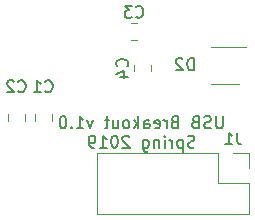
<source format=gbr>
%TF.GenerationSoftware,KiCad,Pcbnew,(5.0.0)*%
%TF.CreationDate,2019-02-19T13:30:11-06:00*%
%TF.ProjectId,USBBreakout,555342427265616B6F75742E6B696361,rev?*%
%TF.SameCoordinates,Original*%
%TF.FileFunction,Legend,Bot*%
%TF.FilePolarity,Positive*%
%FSLAX46Y46*%
G04 Gerber Fmt 4.6, Leading zero omitted, Abs format (unit mm)*
G04 Created by KiCad (PCBNEW (5.0.0)) date 02/19/19 13:30:11*
%MOMM*%
%LPD*%
G01*
G04 APERTURE LIST*
%ADD10C,0.150000*%
%ADD11C,0.120000*%
G04 APERTURE END LIST*
D10*
X159661952Y-91413580D02*
X159661952Y-92223104D01*
X159614333Y-92318342D01*
X159566714Y-92365961D01*
X159471476Y-92413580D01*
X159281000Y-92413580D01*
X159185761Y-92365961D01*
X159138142Y-92318342D01*
X159090523Y-92223104D01*
X159090523Y-91413580D01*
X158661952Y-92365961D02*
X158519095Y-92413580D01*
X158281000Y-92413580D01*
X158185761Y-92365961D01*
X158138142Y-92318342D01*
X158090523Y-92223104D01*
X158090523Y-92127866D01*
X158138142Y-92032628D01*
X158185761Y-91985009D01*
X158281000Y-91937390D01*
X158471476Y-91889771D01*
X158566714Y-91842152D01*
X158614333Y-91794533D01*
X158661952Y-91699295D01*
X158661952Y-91604057D01*
X158614333Y-91508819D01*
X158566714Y-91461200D01*
X158471476Y-91413580D01*
X158233380Y-91413580D01*
X158090523Y-91461200D01*
X157328619Y-91889771D02*
X157185761Y-91937390D01*
X157138142Y-91985009D01*
X157090523Y-92080247D01*
X157090523Y-92223104D01*
X157138142Y-92318342D01*
X157185761Y-92365961D01*
X157281000Y-92413580D01*
X157661952Y-92413580D01*
X157661952Y-91413580D01*
X157328619Y-91413580D01*
X157233380Y-91461200D01*
X157185761Y-91508819D01*
X157138142Y-91604057D01*
X157138142Y-91699295D01*
X157185761Y-91794533D01*
X157233380Y-91842152D01*
X157328619Y-91889771D01*
X157661952Y-91889771D01*
X155566714Y-91889771D02*
X155423857Y-91937390D01*
X155376238Y-91985009D01*
X155328619Y-92080247D01*
X155328619Y-92223104D01*
X155376238Y-92318342D01*
X155423857Y-92365961D01*
X155519095Y-92413580D01*
X155900047Y-92413580D01*
X155900047Y-91413580D01*
X155566714Y-91413580D01*
X155471476Y-91461200D01*
X155423857Y-91508819D01*
X155376238Y-91604057D01*
X155376238Y-91699295D01*
X155423857Y-91794533D01*
X155471476Y-91842152D01*
X155566714Y-91889771D01*
X155900047Y-91889771D01*
X154900047Y-92413580D02*
X154900047Y-91746914D01*
X154900047Y-91937390D02*
X154852428Y-91842152D01*
X154804809Y-91794533D01*
X154709571Y-91746914D01*
X154614333Y-91746914D01*
X153900047Y-92365961D02*
X153995285Y-92413580D01*
X154185761Y-92413580D01*
X154281000Y-92365961D01*
X154328619Y-92270723D01*
X154328619Y-91889771D01*
X154281000Y-91794533D01*
X154185761Y-91746914D01*
X153995285Y-91746914D01*
X153900047Y-91794533D01*
X153852428Y-91889771D01*
X153852428Y-91985009D01*
X154328619Y-92080247D01*
X152995285Y-92413580D02*
X152995285Y-91889771D01*
X153042904Y-91794533D01*
X153138142Y-91746914D01*
X153328619Y-91746914D01*
X153423857Y-91794533D01*
X152995285Y-92365961D02*
X153090523Y-92413580D01*
X153328619Y-92413580D01*
X153423857Y-92365961D01*
X153471476Y-92270723D01*
X153471476Y-92175485D01*
X153423857Y-92080247D01*
X153328619Y-92032628D01*
X153090523Y-92032628D01*
X152995285Y-91985009D01*
X152519095Y-92413580D02*
X152519095Y-91413580D01*
X152423857Y-92032628D02*
X152138142Y-92413580D01*
X152138142Y-91746914D02*
X152519095Y-92127866D01*
X151566714Y-92413580D02*
X151661952Y-92365961D01*
X151709571Y-92318342D01*
X151757190Y-92223104D01*
X151757190Y-91937390D01*
X151709571Y-91842152D01*
X151661952Y-91794533D01*
X151566714Y-91746914D01*
X151423857Y-91746914D01*
X151328619Y-91794533D01*
X151281000Y-91842152D01*
X151233380Y-91937390D01*
X151233380Y-92223104D01*
X151281000Y-92318342D01*
X151328619Y-92365961D01*
X151423857Y-92413580D01*
X151566714Y-92413580D01*
X150376238Y-91746914D02*
X150376238Y-92413580D01*
X150804809Y-91746914D02*
X150804809Y-92270723D01*
X150757190Y-92365961D01*
X150661952Y-92413580D01*
X150519095Y-92413580D01*
X150423857Y-92365961D01*
X150376238Y-92318342D01*
X150042904Y-91746914D02*
X149661952Y-91746914D01*
X149900047Y-91413580D02*
X149900047Y-92270723D01*
X149852428Y-92365961D01*
X149757190Y-92413580D01*
X149661952Y-92413580D01*
X148661952Y-91746914D02*
X148423857Y-92413580D01*
X148185761Y-91746914D01*
X147281000Y-92413580D02*
X147852428Y-92413580D01*
X147566714Y-92413580D02*
X147566714Y-91413580D01*
X147661952Y-91556438D01*
X147757190Y-91651676D01*
X147852428Y-91699295D01*
X146852428Y-92318342D02*
X146804809Y-92365961D01*
X146852428Y-92413580D01*
X146900047Y-92365961D01*
X146852428Y-92318342D01*
X146852428Y-92413580D01*
X146185761Y-91413580D02*
X146090523Y-91413580D01*
X145995285Y-91461200D01*
X145947666Y-91508819D01*
X145900047Y-91604057D01*
X145852428Y-91794533D01*
X145852428Y-92032628D01*
X145900047Y-92223104D01*
X145947666Y-92318342D01*
X145995285Y-92365961D01*
X146090523Y-92413580D01*
X146185761Y-92413580D01*
X146281000Y-92365961D01*
X146328619Y-92318342D01*
X146376238Y-92223104D01*
X146423857Y-92032628D01*
X146423857Y-91794533D01*
X146376238Y-91604057D01*
X146328619Y-91508819D01*
X146281000Y-91461200D01*
X146185761Y-91413580D01*
X157257190Y-94015961D02*
X157114333Y-94063580D01*
X156876238Y-94063580D01*
X156781000Y-94015961D01*
X156733380Y-93968342D01*
X156685761Y-93873104D01*
X156685761Y-93777866D01*
X156733380Y-93682628D01*
X156781000Y-93635009D01*
X156876238Y-93587390D01*
X157066714Y-93539771D01*
X157161952Y-93492152D01*
X157209571Y-93444533D01*
X157257190Y-93349295D01*
X157257190Y-93254057D01*
X157209571Y-93158819D01*
X157161952Y-93111200D01*
X157066714Y-93063580D01*
X156828619Y-93063580D01*
X156685761Y-93111200D01*
X156257190Y-93396914D02*
X156257190Y-94396914D01*
X156257190Y-93444533D02*
X156161952Y-93396914D01*
X155971476Y-93396914D01*
X155876238Y-93444533D01*
X155828619Y-93492152D01*
X155781000Y-93587390D01*
X155781000Y-93873104D01*
X155828619Y-93968342D01*
X155876238Y-94015961D01*
X155971476Y-94063580D01*
X156161952Y-94063580D01*
X156257190Y-94015961D01*
X155352428Y-94063580D02*
X155352428Y-93396914D01*
X155352428Y-93587390D02*
X155304809Y-93492152D01*
X155257190Y-93444533D01*
X155161952Y-93396914D01*
X155066714Y-93396914D01*
X154733380Y-94063580D02*
X154733380Y-93396914D01*
X154733380Y-93063580D02*
X154781000Y-93111200D01*
X154733380Y-93158819D01*
X154685761Y-93111200D01*
X154733380Y-93063580D01*
X154733380Y-93158819D01*
X154257190Y-93396914D02*
X154257190Y-94063580D01*
X154257190Y-93492152D02*
X154209571Y-93444533D01*
X154114333Y-93396914D01*
X153971476Y-93396914D01*
X153876238Y-93444533D01*
X153828619Y-93539771D01*
X153828619Y-94063580D01*
X152923857Y-93396914D02*
X152923857Y-94206438D01*
X152971476Y-94301676D01*
X153019095Y-94349295D01*
X153114333Y-94396914D01*
X153257190Y-94396914D01*
X153352428Y-94349295D01*
X152923857Y-94015961D02*
X153019095Y-94063580D01*
X153209571Y-94063580D01*
X153304809Y-94015961D01*
X153352428Y-93968342D01*
X153400047Y-93873104D01*
X153400047Y-93587390D01*
X153352428Y-93492152D01*
X153304809Y-93444533D01*
X153209571Y-93396914D01*
X153019095Y-93396914D01*
X152923857Y-93444533D01*
X151733380Y-93158819D02*
X151685761Y-93111200D01*
X151590523Y-93063580D01*
X151352428Y-93063580D01*
X151257190Y-93111200D01*
X151209571Y-93158819D01*
X151161952Y-93254057D01*
X151161952Y-93349295D01*
X151209571Y-93492152D01*
X151781000Y-94063580D01*
X151161952Y-94063580D01*
X150542904Y-93063580D02*
X150447666Y-93063580D01*
X150352428Y-93111200D01*
X150304809Y-93158819D01*
X150257190Y-93254057D01*
X150209571Y-93444533D01*
X150209571Y-93682628D01*
X150257190Y-93873104D01*
X150304809Y-93968342D01*
X150352428Y-94015961D01*
X150447666Y-94063580D01*
X150542904Y-94063580D01*
X150638142Y-94015961D01*
X150685761Y-93968342D01*
X150733380Y-93873104D01*
X150781000Y-93682628D01*
X150781000Y-93444533D01*
X150733380Y-93254057D01*
X150685761Y-93158819D01*
X150638142Y-93111200D01*
X150542904Y-93063580D01*
X149257190Y-94063580D02*
X149828619Y-94063580D01*
X149542904Y-94063580D02*
X149542904Y-93063580D01*
X149638142Y-93206438D01*
X149733380Y-93301676D01*
X149828619Y-93349295D01*
X148781000Y-94063580D02*
X148590523Y-94063580D01*
X148495285Y-94015961D01*
X148447666Y-93968342D01*
X148352428Y-93825485D01*
X148304809Y-93635009D01*
X148304809Y-93254057D01*
X148352428Y-93158819D01*
X148400047Y-93111200D01*
X148495285Y-93063580D01*
X148685761Y-93063580D01*
X148781000Y-93111200D01*
X148828619Y-93158819D01*
X148876238Y-93254057D01*
X148876238Y-93492152D01*
X148828619Y-93587390D01*
X148781000Y-93635009D01*
X148685761Y-93682628D01*
X148495285Y-93682628D01*
X148400047Y-93635009D01*
X148352428Y-93587390D01*
X148304809Y-93492152D01*
D11*
X161858000Y-99691500D02*
X161858000Y-97091500D01*
X161858000Y-99691500D02*
X149038000Y-99691500D01*
X149038000Y-99691500D02*
X149038000Y-94491500D01*
X159258000Y-94491500D02*
X149038000Y-94491500D01*
X159258000Y-97091500D02*
X159258000Y-94491500D01*
X161858000Y-97091500D02*
X159258000Y-97091500D01*
X161858000Y-94491500D02*
X160528000Y-94491500D01*
X161858000Y-95821500D02*
X161858000Y-94491500D01*
X152134500Y-87102422D02*
X152134500Y-87619578D01*
X153554500Y-87102422D02*
X153554500Y-87619578D01*
X152404578Y-84974500D02*
X151887422Y-84974500D01*
X152404578Y-83554500D02*
X151887422Y-83554500D01*
X161050000Y-88669500D02*
X158650000Y-88669500D01*
X158650000Y-85569500D02*
X161600000Y-85569500D01*
X143752500Y-91777078D02*
X143752500Y-91259922D01*
X145172500Y-91777078D02*
X145172500Y-91259922D01*
X142886500Y-91777078D02*
X142886500Y-91259922D01*
X141466500Y-91777078D02*
X141466500Y-91259922D01*
D10*
X160861333Y-92797380D02*
X160861333Y-93511666D01*
X160908952Y-93654523D01*
X161004190Y-93749761D01*
X161147047Y-93797380D01*
X161242285Y-93797380D01*
X159861333Y-93797380D02*
X160432761Y-93797380D01*
X160147047Y-93797380D02*
X160147047Y-92797380D01*
X160242285Y-92940238D01*
X160337523Y-93035476D01*
X160432761Y-93083095D01*
X151551642Y-87194333D02*
X151599261Y-87146714D01*
X151646880Y-87003857D01*
X151646880Y-86908619D01*
X151599261Y-86765761D01*
X151504023Y-86670523D01*
X151408785Y-86622904D01*
X151218309Y-86575285D01*
X151075452Y-86575285D01*
X150884976Y-86622904D01*
X150789738Y-86670523D01*
X150694500Y-86765761D01*
X150646880Y-86908619D01*
X150646880Y-87003857D01*
X150694500Y-87146714D01*
X150742119Y-87194333D01*
X150980214Y-88051476D02*
X151646880Y-88051476D01*
X150599261Y-87813380D02*
X151313547Y-87575285D01*
X151313547Y-88194333D01*
X152312666Y-82971642D02*
X152360285Y-83019261D01*
X152503142Y-83066880D01*
X152598380Y-83066880D01*
X152741238Y-83019261D01*
X152836476Y-82924023D01*
X152884095Y-82828785D01*
X152931714Y-82638309D01*
X152931714Y-82495452D01*
X152884095Y-82304976D01*
X152836476Y-82209738D01*
X152741238Y-82114500D01*
X152598380Y-82066880D01*
X152503142Y-82066880D01*
X152360285Y-82114500D01*
X152312666Y-82162119D01*
X151979333Y-82066880D02*
X151360285Y-82066880D01*
X151693619Y-82447833D01*
X151550761Y-82447833D01*
X151455523Y-82495452D01*
X151407904Y-82543071D01*
X151360285Y-82638309D01*
X151360285Y-82876404D01*
X151407904Y-82971642D01*
X151455523Y-83019261D01*
X151550761Y-83066880D01*
X151836476Y-83066880D01*
X151931714Y-83019261D01*
X151979333Y-82971642D01*
X157202095Y-87510880D02*
X157202095Y-86510880D01*
X156964000Y-86510880D01*
X156821142Y-86558500D01*
X156725904Y-86653738D01*
X156678285Y-86748976D01*
X156630666Y-86939452D01*
X156630666Y-87082309D01*
X156678285Y-87272785D01*
X156725904Y-87368023D01*
X156821142Y-87463261D01*
X156964000Y-87510880D01*
X157202095Y-87510880D01*
X156249714Y-86606119D02*
X156202095Y-86558500D01*
X156106857Y-86510880D01*
X155868761Y-86510880D01*
X155773523Y-86558500D01*
X155725904Y-86606119D01*
X155678285Y-86701357D01*
X155678285Y-86796595D01*
X155725904Y-86939452D01*
X156297333Y-87510880D01*
X155678285Y-87510880D01*
X144629166Y-89287142D02*
X144676785Y-89334761D01*
X144819642Y-89382380D01*
X144914880Y-89382380D01*
X145057738Y-89334761D01*
X145152976Y-89239523D01*
X145200595Y-89144285D01*
X145248214Y-88953809D01*
X145248214Y-88810952D01*
X145200595Y-88620476D01*
X145152976Y-88525238D01*
X145057738Y-88430000D01*
X144914880Y-88382380D01*
X144819642Y-88382380D01*
X144676785Y-88430000D01*
X144629166Y-88477619D01*
X143676785Y-89382380D02*
X144248214Y-89382380D01*
X143962500Y-89382380D02*
X143962500Y-88382380D01*
X144057738Y-88525238D01*
X144152976Y-88620476D01*
X144248214Y-88668095D01*
X142343166Y-89287142D02*
X142390785Y-89334761D01*
X142533642Y-89382380D01*
X142628880Y-89382380D01*
X142771738Y-89334761D01*
X142866976Y-89239523D01*
X142914595Y-89144285D01*
X142962214Y-88953809D01*
X142962214Y-88810952D01*
X142914595Y-88620476D01*
X142866976Y-88525238D01*
X142771738Y-88430000D01*
X142628880Y-88382380D01*
X142533642Y-88382380D01*
X142390785Y-88430000D01*
X142343166Y-88477619D01*
X141962214Y-88477619D02*
X141914595Y-88430000D01*
X141819357Y-88382380D01*
X141581261Y-88382380D01*
X141486023Y-88430000D01*
X141438404Y-88477619D01*
X141390785Y-88572857D01*
X141390785Y-88668095D01*
X141438404Y-88810952D01*
X142009833Y-89382380D01*
X141390785Y-89382380D01*
M02*

</source>
